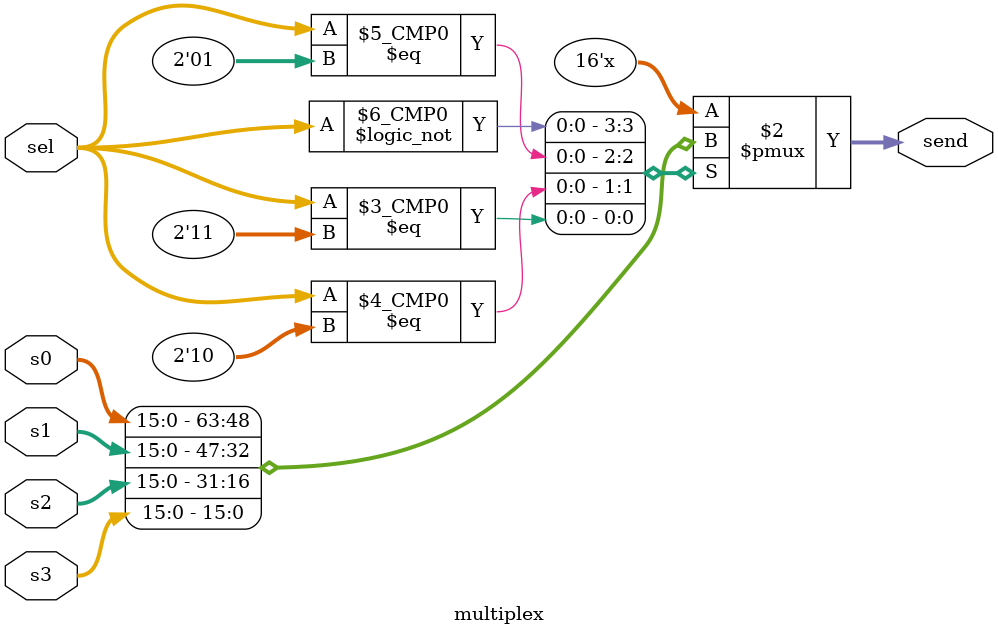
<source format=v>
module multiplex (output reg [15:0]send, input [1:0]sel, input [15:0]s0, input [15:0]s1, input [15:0]s2, input [15:0]s3);
always@(sel or s0 or s1 or s2 or s3)
begin
case (sel)
	'b00:send=s0; 
	'b01:send=s1;
	'b10:send=s2;
 	'b11:send=s3;
	endcase
end
endmodule

</source>
